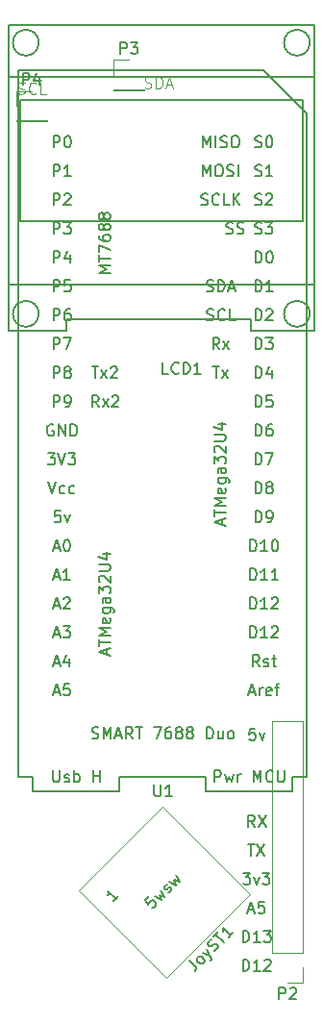
<source format=gbr>
G04 #@! TF.FileFunction,Legend,Top*
%FSLAX46Y46*%
G04 Gerber Fmt 4.6, Leading zero omitted, Abs format (unit mm)*
G04 Created by KiCad (PCBNEW 4.0.4-stable) date 06/30/17 00:29:43*
%MOMM*%
%LPD*%
G01*
G04 APERTURE LIST*
%ADD10C,0.100000*%
%ADD11C,0.200000*%
%ADD12C,0.150000*%
%ADD13C,0.120000*%
G04 APERTURE END LIST*
D10*
X54181524Y-52728762D02*
X54324381Y-52776381D01*
X54562477Y-52776381D01*
X54657715Y-52728762D01*
X54705334Y-52681143D01*
X54752953Y-52585905D01*
X54752953Y-52490667D01*
X54705334Y-52395429D01*
X54657715Y-52347810D01*
X54562477Y-52300190D01*
X54372000Y-52252571D01*
X54276762Y-52204952D01*
X54229143Y-52157333D01*
X54181524Y-52062095D01*
X54181524Y-51966857D01*
X54229143Y-51871619D01*
X54276762Y-51824000D01*
X54372000Y-51776381D01*
X54610096Y-51776381D01*
X54752953Y-51824000D01*
X55752953Y-52681143D02*
X55705334Y-52728762D01*
X55562477Y-52776381D01*
X55467239Y-52776381D01*
X55324381Y-52728762D01*
X55229143Y-52633524D01*
X55181524Y-52538286D01*
X55133905Y-52347810D01*
X55133905Y-52204952D01*
X55181524Y-52014476D01*
X55229143Y-51919238D01*
X55324381Y-51824000D01*
X55467239Y-51776381D01*
X55562477Y-51776381D01*
X55705334Y-51824000D01*
X55752953Y-51871619D01*
X56657715Y-52776381D02*
X56181524Y-52776381D01*
X56181524Y-51776381D01*
X65333714Y-52220762D02*
X65476571Y-52268381D01*
X65714667Y-52268381D01*
X65809905Y-52220762D01*
X65857524Y-52173143D01*
X65905143Y-52077905D01*
X65905143Y-51982667D01*
X65857524Y-51887429D01*
X65809905Y-51839810D01*
X65714667Y-51792190D01*
X65524190Y-51744571D01*
X65428952Y-51696952D01*
X65381333Y-51649333D01*
X65333714Y-51554095D01*
X65333714Y-51458857D01*
X65381333Y-51363619D01*
X65428952Y-51316000D01*
X65524190Y-51268381D01*
X65762286Y-51268381D01*
X65905143Y-51316000D01*
X66333714Y-52268381D02*
X66333714Y-51268381D01*
X66571809Y-51268381D01*
X66714667Y-51316000D01*
X66809905Y-51411238D01*
X66857524Y-51506476D01*
X66905143Y-51696952D01*
X66905143Y-51839810D01*
X66857524Y-52030286D01*
X66809905Y-52125524D01*
X66714667Y-52220762D01*
X66571809Y-52268381D01*
X66333714Y-52268381D01*
X67286095Y-51982667D02*
X67762286Y-51982667D01*
X67190857Y-52268381D02*
X67524190Y-51268381D01*
X67857524Y-52268381D01*
D11*
X75041143Y-108672381D02*
X74564952Y-108672381D01*
X74517333Y-109148571D01*
X74564952Y-109100952D01*
X74660190Y-109053333D01*
X74898286Y-109053333D01*
X74993524Y-109100952D01*
X75041143Y-109148571D01*
X75088762Y-109243810D01*
X75088762Y-109481905D01*
X75041143Y-109577143D01*
X74993524Y-109624762D01*
X74898286Y-109672381D01*
X74660190Y-109672381D01*
X74564952Y-109624762D01*
X74517333Y-109577143D01*
X75422095Y-109005714D02*
X75660190Y-109672381D01*
X75898286Y-109005714D01*
X75017334Y-117292381D02*
X74684000Y-116816190D01*
X74445905Y-117292381D02*
X74445905Y-116292381D01*
X74826858Y-116292381D01*
X74922096Y-116340000D01*
X74969715Y-116387619D01*
X75017334Y-116482857D01*
X75017334Y-116625714D01*
X74969715Y-116720952D01*
X74922096Y-116768571D01*
X74826858Y-116816190D01*
X74445905Y-116816190D01*
X75350667Y-116292381D02*
X76017334Y-117292381D01*
X76017334Y-116292381D02*
X75350667Y-117292381D01*
X74422095Y-118832381D02*
X74993524Y-118832381D01*
X74707809Y-119832381D02*
X74707809Y-118832381D01*
X75231619Y-118832381D02*
X75898286Y-119832381D01*
X75898286Y-118832381D02*
X75231619Y-119832381D01*
X73993524Y-121372381D02*
X74612572Y-121372381D01*
X74279238Y-121753333D01*
X74422096Y-121753333D01*
X74517334Y-121800952D01*
X74564953Y-121848571D01*
X74612572Y-121943810D01*
X74612572Y-122181905D01*
X74564953Y-122277143D01*
X74517334Y-122324762D01*
X74422096Y-122372381D01*
X74136381Y-122372381D01*
X74041143Y-122324762D01*
X73993524Y-122277143D01*
X74945905Y-121705714D02*
X75184000Y-122372381D01*
X75422096Y-121705714D01*
X75707810Y-121372381D02*
X76326858Y-121372381D01*
X75993524Y-121753333D01*
X76136382Y-121753333D01*
X76231620Y-121800952D01*
X76279239Y-121848571D01*
X76326858Y-121943810D01*
X76326858Y-122181905D01*
X76279239Y-122277143D01*
X76231620Y-122324762D01*
X76136382Y-122372381D01*
X75850667Y-122372381D01*
X75755429Y-122324762D01*
X75707810Y-122277143D01*
X74469714Y-124626667D02*
X74945905Y-124626667D01*
X74374476Y-124912381D02*
X74707809Y-123912381D01*
X75041143Y-124912381D01*
X75850667Y-123912381D02*
X75374476Y-123912381D01*
X75326857Y-124388571D01*
X75374476Y-124340952D01*
X75469714Y-124293333D01*
X75707810Y-124293333D01*
X75803048Y-124340952D01*
X75850667Y-124388571D01*
X75898286Y-124483810D01*
X75898286Y-124721905D01*
X75850667Y-124817143D01*
X75803048Y-124864762D01*
X75707810Y-124912381D01*
X75469714Y-124912381D01*
X75374476Y-124864762D01*
X75326857Y-124817143D01*
X73969714Y-127452381D02*
X73969714Y-126452381D01*
X74207809Y-126452381D01*
X74350667Y-126500000D01*
X74445905Y-126595238D01*
X74493524Y-126690476D01*
X74541143Y-126880952D01*
X74541143Y-127023810D01*
X74493524Y-127214286D01*
X74445905Y-127309524D01*
X74350667Y-127404762D01*
X74207809Y-127452381D01*
X73969714Y-127452381D01*
X75493524Y-127452381D02*
X74922095Y-127452381D01*
X75207809Y-127452381D02*
X75207809Y-126452381D01*
X75112571Y-126595238D01*
X75017333Y-126690476D01*
X74922095Y-126738095D01*
X75826857Y-126452381D02*
X76445905Y-126452381D01*
X76112571Y-126833333D01*
X76255429Y-126833333D01*
X76350667Y-126880952D01*
X76398286Y-126928571D01*
X76445905Y-127023810D01*
X76445905Y-127261905D01*
X76398286Y-127357143D01*
X76350667Y-127404762D01*
X76255429Y-127452381D01*
X75969714Y-127452381D01*
X75874476Y-127404762D01*
X75826857Y-127357143D01*
X73969714Y-129992381D02*
X73969714Y-128992381D01*
X74207809Y-128992381D01*
X74350667Y-129040000D01*
X74445905Y-129135238D01*
X74493524Y-129230476D01*
X74541143Y-129420952D01*
X74541143Y-129563810D01*
X74493524Y-129754286D01*
X74445905Y-129849524D01*
X74350667Y-129944762D01*
X74207809Y-129992381D01*
X73969714Y-129992381D01*
X75493524Y-129992381D02*
X74922095Y-129992381D01*
X75207809Y-129992381D02*
X75207809Y-128992381D01*
X75112571Y-129135238D01*
X75017333Y-129230476D01*
X74922095Y-129278095D01*
X75874476Y-129087619D02*
X75922095Y-129040000D01*
X76017333Y-128992381D01*
X76255429Y-128992381D01*
X76350667Y-129040000D01*
X76398286Y-129087619D01*
X76445905Y-129182857D01*
X76445905Y-129278095D01*
X76398286Y-129420952D01*
X75826857Y-129992381D01*
X76445905Y-129992381D01*
D12*
X74676000Y-73660000D02*
X80264000Y-73660000D01*
X53340000Y-73660000D02*
X58420000Y-73660000D01*
X58420000Y-73660000D02*
X58420000Y-72644000D01*
X58420000Y-72644000D02*
X74676000Y-72644000D01*
X74676000Y-72644000D02*
X74676000Y-73660000D01*
X54356000Y-53340000D02*
X79248000Y-53340000D01*
X79248000Y-53340000D02*
X79248000Y-64008000D01*
X79248000Y-64008000D02*
X54356000Y-64008000D01*
X54356000Y-64008000D02*
X54356000Y-53340000D01*
X53340000Y-51308000D02*
X80264000Y-51308000D01*
X80264000Y-51308000D02*
X80264000Y-69596000D01*
X80264000Y-69596000D02*
X53340000Y-69596000D01*
X53340000Y-69596000D02*
X53340000Y-51308000D01*
X79875923Y-72136000D02*
G75*
G03X79875923Y-72136000I-1135923J0D01*
G01*
X55999923Y-72136000D02*
G75*
G03X55999923Y-72136000I-1135923J0D01*
G01*
X55999923Y-48260000D02*
G75*
G03X55999923Y-48260000I-1135923J0D01*
G01*
X79875923Y-48260000D02*
G75*
G03X79875923Y-48260000I-1135923J0D01*
G01*
X53340000Y-73660000D02*
X53340000Y-46736000D01*
X53340000Y-46736000D02*
X80264000Y-46736000D01*
X80264000Y-46736000D02*
X80264000Y-73660000D01*
D10*
X60227771Y-122203771D02*
X66874575Y-115556967D01*
X66874575Y-115556967D02*
X74582039Y-123264431D01*
X74582039Y-123264431D02*
X67228128Y-130618342D01*
X67228128Y-130618342D02*
X59520664Y-122910878D01*
X59520664Y-122910878D02*
X60227771Y-122203771D01*
D12*
X55499000Y-114173000D02*
X55499000Y-112903000D01*
X55499000Y-112903000D02*
X54229000Y-112903000D01*
X54229000Y-112903000D02*
X54229000Y-50673000D01*
X54229000Y-50673000D02*
X75819000Y-50673000D01*
X75819000Y-50673000D02*
X79629000Y-54483000D01*
X79629000Y-54483000D02*
X79629000Y-112903000D01*
X79629000Y-112903000D02*
X78359000Y-112903000D01*
X78359000Y-112903000D02*
X78359000Y-114173000D01*
X78359000Y-114173000D02*
X70739000Y-114173000D01*
X70739000Y-114173000D02*
X70739000Y-112903000D01*
X70739000Y-112903000D02*
X63119000Y-112903000D01*
X63119000Y-112903000D02*
X63119000Y-114173000D01*
X63119000Y-114173000D02*
X55499000Y-114173000D01*
D13*
X79244500Y-128397000D02*
X79244500Y-108017000D01*
X79244500Y-108017000D02*
X76584500Y-108017000D01*
X76584500Y-108017000D02*
X76584500Y-128397000D01*
X76584500Y-128397000D02*
X79244500Y-128397000D01*
X79244500Y-129667000D02*
X79244500Y-130997000D01*
X79244500Y-130997000D02*
X77914500Y-130997000D01*
X62614500Y-52387500D02*
X62614500Y-52447500D01*
X62614500Y-52447500D02*
X65274500Y-52447500D01*
X65274500Y-52447500D02*
X65274500Y-52387500D01*
X65274500Y-52387500D02*
X62614500Y-52387500D01*
X62614500Y-51117500D02*
X62614500Y-49787500D01*
X62614500Y-49787500D02*
X63944500Y-49787500D01*
X54042000Y-55118000D02*
X54042000Y-55178000D01*
X54042000Y-55178000D02*
X56702000Y-55178000D01*
X56702000Y-55178000D02*
X56702000Y-55118000D01*
X56702000Y-55118000D02*
X54042000Y-55118000D01*
X54042000Y-53848000D02*
X54042000Y-52518000D01*
X54042000Y-52518000D02*
X55372000Y-52518000D01*
D12*
X67413334Y-77414381D02*
X66937143Y-77414381D01*
X66937143Y-76414381D01*
X68318096Y-77319143D02*
X68270477Y-77366762D01*
X68127620Y-77414381D01*
X68032382Y-77414381D01*
X67889524Y-77366762D01*
X67794286Y-77271524D01*
X67746667Y-77176286D01*
X67699048Y-76985810D01*
X67699048Y-76842952D01*
X67746667Y-76652476D01*
X67794286Y-76557238D01*
X67889524Y-76462000D01*
X68032382Y-76414381D01*
X68127620Y-76414381D01*
X68270477Y-76462000D01*
X68318096Y-76509619D01*
X68746667Y-77414381D02*
X68746667Y-76414381D01*
X68984762Y-76414381D01*
X69127620Y-76462000D01*
X69222858Y-76557238D01*
X69270477Y-76652476D01*
X69318096Y-76842952D01*
X69318096Y-76985810D01*
X69270477Y-77176286D01*
X69222858Y-77271524D01*
X69127620Y-77366762D01*
X68984762Y-77414381D01*
X68746667Y-77414381D01*
X70270477Y-77414381D02*
X69699048Y-77414381D01*
X69984762Y-77414381D02*
X69984762Y-76414381D01*
X69889524Y-76557238D01*
X69794286Y-76652476D01*
X69699048Y-76700095D01*
X69301726Y-129059825D02*
X69806802Y-129564901D01*
X69874145Y-129699589D01*
X69874145Y-129834276D01*
X69806802Y-129968963D01*
X69739458Y-130036306D01*
X70446565Y-129329199D02*
X70345550Y-129362871D01*
X70278206Y-129362871D01*
X70177191Y-129329199D01*
X69975160Y-129127168D01*
X69941488Y-129026153D01*
X69941488Y-128958810D01*
X69975160Y-128857795D01*
X70076176Y-128756779D01*
X70177191Y-128723107D01*
X70244535Y-128723107D01*
X70345550Y-128756779D01*
X70547581Y-128958810D01*
X70581253Y-129059825D01*
X70581253Y-129127168D01*
X70547581Y-129228184D01*
X70446565Y-129329199D01*
X70446565Y-128386390D02*
X71086328Y-128689436D01*
X70783283Y-128049672D02*
X71086328Y-128689436D01*
X71187343Y-128925138D01*
X71187343Y-128992482D01*
X71153672Y-129093497D01*
X71456718Y-128251703D02*
X71591405Y-128184360D01*
X71759764Y-128016000D01*
X71793436Y-127914985D01*
X71793436Y-127847642D01*
X71759764Y-127746627D01*
X71692421Y-127679283D01*
X71591405Y-127645611D01*
X71524062Y-127645611D01*
X71423046Y-127679282D01*
X71254687Y-127780298D01*
X71153672Y-127813970D01*
X71086328Y-127813970D01*
X70985313Y-127780298D01*
X70917970Y-127712955D01*
X70884298Y-127611940D01*
X70884298Y-127544596D01*
X70917970Y-127443581D01*
X71086329Y-127275222D01*
X71221016Y-127207878D01*
X71389374Y-126972176D02*
X71793436Y-126568115D01*
X72298512Y-127477253D02*
X71591405Y-126770146D01*
X73106634Y-126669130D02*
X72702573Y-127073191D01*
X72904603Y-126871161D02*
X72197496Y-126164054D01*
X72231168Y-126332413D01*
X72231168Y-126467100D01*
X72197496Y-126568115D01*
X65699431Y-123452992D02*
X65362713Y-123789710D01*
X65665758Y-124160099D01*
X65665758Y-124092755D01*
X65699430Y-123991740D01*
X65867789Y-123823381D01*
X65968804Y-123789709D01*
X66036148Y-123789709D01*
X66137164Y-123823382D01*
X66305522Y-123991740D01*
X66339194Y-124092755D01*
X66339194Y-124160099D01*
X66305522Y-124261114D01*
X66137163Y-124429473D01*
X66036148Y-124463145D01*
X65968804Y-124463145D01*
X66204507Y-123419320D02*
X66810598Y-123756038D01*
X66608568Y-123284633D01*
X67079973Y-123486664D01*
X66743255Y-122880572D01*
X67416690Y-123082603D02*
X67517705Y-123048931D01*
X67652392Y-122914245D01*
X67686064Y-122813229D01*
X67652392Y-122712214D01*
X67618721Y-122678542D01*
X67517706Y-122644870D01*
X67416690Y-122678543D01*
X67315675Y-122779558D01*
X67214659Y-122813229D01*
X67113644Y-122779557D01*
X67079972Y-122745885D01*
X67046300Y-122644870D01*
X67079972Y-122543855D01*
X67180987Y-122442840D01*
X67282003Y-122409167D01*
X67517705Y-122106122D02*
X68123797Y-122442840D01*
X67921766Y-121971434D01*
X68393171Y-122173465D01*
X68056453Y-121567374D01*
X63012426Y-123452993D02*
X62608364Y-123857054D01*
X62810395Y-123655024D02*
X62103288Y-122947917D01*
X62136960Y-123116275D01*
X62136960Y-123250962D01*
X62103288Y-123351978D01*
X66167095Y-113625381D02*
X66167095Y-114434905D01*
X66214714Y-114530143D01*
X66262333Y-114577762D01*
X66357571Y-114625381D01*
X66548048Y-114625381D01*
X66643286Y-114577762D01*
X66690905Y-114530143D01*
X66738524Y-114434905D01*
X66738524Y-113625381D01*
X67738524Y-114625381D02*
X67167095Y-114625381D01*
X67452809Y-114625381D02*
X67452809Y-113625381D01*
X67357571Y-113768238D01*
X67262333Y-113863476D01*
X67167095Y-113911095D01*
X62015667Y-102139191D02*
X62015667Y-101663000D01*
X62301381Y-102234429D02*
X61301381Y-101901096D01*
X62301381Y-101567762D01*
X61301381Y-101377286D02*
X61301381Y-100805857D01*
X62301381Y-101091572D02*
X61301381Y-101091572D01*
X62301381Y-100472524D02*
X61301381Y-100472524D01*
X62015667Y-100139190D01*
X61301381Y-99805857D01*
X62301381Y-99805857D01*
X62253762Y-98948714D02*
X62301381Y-99043952D01*
X62301381Y-99234429D01*
X62253762Y-99329667D01*
X62158524Y-99377286D01*
X61777571Y-99377286D01*
X61682333Y-99329667D01*
X61634714Y-99234429D01*
X61634714Y-99043952D01*
X61682333Y-98948714D01*
X61777571Y-98901095D01*
X61872810Y-98901095D01*
X61968048Y-99377286D01*
X61634714Y-98043952D02*
X62444238Y-98043952D01*
X62539476Y-98091571D01*
X62587095Y-98139190D01*
X62634714Y-98234429D01*
X62634714Y-98377286D01*
X62587095Y-98472524D01*
X62253762Y-98043952D02*
X62301381Y-98139190D01*
X62301381Y-98329667D01*
X62253762Y-98424905D01*
X62206143Y-98472524D01*
X62110905Y-98520143D01*
X61825190Y-98520143D01*
X61729952Y-98472524D01*
X61682333Y-98424905D01*
X61634714Y-98329667D01*
X61634714Y-98139190D01*
X61682333Y-98043952D01*
X62301381Y-97139190D02*
X61777571Y-97139190D01*
X61682333Y-97186809D01*
X61634714Y-97282047D01*
X61634714Y-97472524D01*
X61682333Y-97567762D01*
X62253762Y-97139190D02*
X62301381Y-97234428D01*
X62301381Y-97472524D01*
X62253762Y-97567762D01*
X62158524Y-97615381D01*
X62063286Y-97615381D01*
X61968048Y-97567762D01*
X61920429Y-97472524D01*
X61920429Y-97234428D01*
X61872810Y-97139190D01*
X61301381Y-96758238D02*
X61301381Y-96139190D01*
X61682333Y-96472524D01*
X61682333Y-96329666D01*
X61729952Y-96234428D01*
X61777571Y-96186809D01*
X61872810Y-96139190D01*
X62110905Y-96139190D01*
X62206143Y-96186809D01*
X62253762Y-96234428D01*
X62301381Y-96329666D01*
X62301381Y-96615381D01*
X62253762Y-96710619D01*
X62206143Y-96758238D01*
X61396619Y-95758238D02*
X61349000Y-95710619D01*
X61301381Y-95615381D01*
X61301381Y-95377285D01*
X61349000Y-95282047D01*
X61396619Y-95234428D01*
X61491857Y-95186809D01*
X61587095Y-95186809D01*
X61729952Y-95234428D01*
X62301381Y-95805857D01*
X62301381Y-95186809D01*
X61301381Y-94758238D02*
X62110905Y-94758238D01*
X62206143Y-94710619D01*
X62253762Y-94663000D01*
X62301381Y-94567762D01*
X62301381Y-94377285D01*
X62253762Y-94282047D01*
X62206143Y-94234428D01*
X62110905Y-94186809D01*
X61301381Y-94186809D01*
X61634714Y-93282047D02*
X62301381Y-93282047D01*
X61253762Y-93520143D02*
X61968048Y-93758238D01*
X61968048Y-93139190D01*
X62301381Y-68532048D02*
X61301381Y-68532048D01*
X62015667Y-68198714D01*
X61301381Y-67865381D01*
X62301381Y-67865381D01*
X61301381Y-67532048D02*
X61301381Y-66960619D01*
X62301381Y-67246334D02*
X61301381Y-67246334D01*
X61301381Y-66722524D02*
X61301381Y-66055857D01*
X62301381Y-66484429D01*
X61301381Y-65246333D02*
X61301381Y-65436810D01*
X61349000Y-65532048D01*
X61396619Y-65579667D01*
X61539476Y-65674905D01*
X61729952Y-65722524D01*
X62110905Y-65722524D01*
X62206143Y-65674905D01*
X62253762Y-65627286D01*
X62301381Y-65532048D01*
X62301381Y-65341571D01*
X62253762Y-65246333D01*
X62206143Y-65198714D01*
X62110905Y-65151095D01*
X61872810Y-65151095D01*
X61777571Y-65198714D01*
X61729952Y-65246333D01*
X61682333Y-65341571D01*
X61682333Y-65532048D01*
X61729952Y-65627286D01*
X61777571Y-65674905D01*
X61872810Y-65722524D01*
X61729952Y-64579667D02*
X61682333Y-64674905D01*
X61634714Y-64722524D01*
X61539476Y-64770143D01*
X61491857Y-64770143D01*
X61396619Y-64722524D01*
X61349000Y-64674905D01*
X61301381Y-64579667D01*
X61301381Y-64389190D01*
X61349000Y-64293952D01*
X61396619Y-64246333D01*
X61491857Y-64198714D01*
X61539476Y-64198714D01*
X61634714Y-64246333D01*
X61682333Y-64293952D01*
X61729952Y-64389190D01*
X61729952Y-64579667D01*
X61777571Y-64674905D01*
X61825190Y-64722524D01*
X61920429Y-64770143D01*
X62110905Y-64770143D01*
X62206143Y-64722524D01*
X62253762Y-64674905D01*
X62301381Y-64579667D01*
X62301381Y-64389190D01*
X62253762Y-64293952D01*
X62206143Y-64246333D01*
X62110905Y-64198714D01*
X61920429Y-64198714D01*
X61825190Y-64246333D01*
X61777571Y-64293952D01*
X61729952Y-64389190D01*
X61729952Y-63627286D02*
X61682333Y-63722524D01*
X61634714Y-63770143D01*
X61539476Y-63817762D01*
X61491857Y-63817762D01*
X61396619Y-63770143D01*
X61349000Y-63722524D01*
X61301381Y-63627286D01*
X61301381Y-63436809D01*
X61349000Y-63341571D01*
X61396619Y-63293952D01*
X61491857Y-63246333D01*
X61539476Y-63246333D01*
X61634714Y-63293952D01*
X61682333Y-63341571D01*
X61729952Y-63436809D01*
X61729952Y-63627286D01*
X61777571Y-63722524D01*
X61825190Y-63770143D01*
X61920429Y-63817762D01*
X62110905Y-63817762D01*
X62206143Y-63770143D01*
X62253762Y-63722524D01*
X62301381Y-63627286D01*
X62301381Y-63436809D01*
X62253762Y-63341571D01*
X62206143Y-63293952D01*
X62110905Y-63246333D01*
X61920429Y-63246333D01*
X61825190Y-63293952D01*
X61777571Y-63341571D01*
X61729952Y-63436809D01*
X72175667Y-90709191D02*
X72175667Y-90233000D01*
X72461381Y-90804429D02*
X71461381Y-90471096D01*
X72461381Y-90137762D01*
X71461381Y-89947286D02*
X71461381Y-89375857D01*
X72461381Y-89661572D02*
X71461381Y-89661572D01*
X72461381Y-89042524D02*
X71461381Y-89042524D01*
X72175667Y-88709190D01*
X71461381Y-88375857D01*
X72461381Y-88375857D01*
X72413762Y-87518714D02*
X72461381Y-87613952D01*
X72461381Y-87804429D01*
X72413762Y-87899667D01*
X72318524Y-87947286D01*
X71937571Y-87947286D01*
X71842333Y-87899667D01*
X71794714Y-87804429D01*
X71794714Y-87613952D01*
X71842333Y-87518714D01*
X71937571Y-87471095D01*
X72032810Y-87471095D01*
X72128048Y-87947286D01*
X71794714Y-86613952D02*
X72604238Y-86613952D01*
X72699476Y-86661571D01*
X72747095Y-86709190D01*
X72794714Y-86804429D01*
X72794714Y-86947286D01*
X72747095Y-87042524D01*
X72413762Y-86613952D02*
X72461381Y-86709190D01*
X72461381Y-86899667D01*
X72413762Y-86994905D01*
X72366143Y-87042524D01*
X72270905Y-87090143D01*
X71985190Y-87090143D01*
X71889952Y-87042524D01*
X71842333Y-86994905D01*
X71794714Y-86899667D01*
X71794714Y-86709190D01*
X71842333Y-86613952D01*
X72461381Y-85709190D02*
X71937571Y-85709190D01*
X71842333Y-85756809D01*
X71794714Y-85852047D01*
X71794714Y-86042524D01*
X71842333Y-86137762D01*
X72413762Y-85709190D02*
X72461381Y-85804428D01*
X72461381Y-86042524D01*
X72413762Y-86137762D01*
X72318524Y-86185381D01*
X72223286Y-86185381D01*
X72128048Y-86137762D01*
X72080429Y-86042524D01*
X72080429Y-85804428D01*
X72032810Y-85709190D01*
X71461381Y-85328238D02*
X71461381Y-84709190D01*
X71842333Y-85042524D01*
X71842333Y-84899666D01*
X71889952Y-84804428D01*
X71937571Y-84756809D01*
X72032810Y-84709190D01*
X72270905Y-84709190D01*
X72366143Y-84756809D01*
X72413762Y-84804428D01*
X72461381Y-84899666D01*
X72461381Y-85185381D01*
X72413762Y-85280619D01*
X72366143Y-85328238D01*
X71556619Y-84328238D02*
X71509000Y-84280619D01*
X71461381Y-84185381D01*
X71461381Y-83947285D01*
X71509000Y-83852047D01*
X71556619Y-83804428D01*
X71651857Y-83756809D01*
X71747095Y-83756809D01*
X71889952Y-83804428D01*
X72461381Y-84375857D01*
X72461381Y-83756809D01*
X71461381Y-83328238D02*
X72270905Y-83328238D01*
X72366143Y-83280619D01*
X72413762Y-83233000D01*
X72461381Y-83137762D01*
X72461381Y-82947285D01*
X72413762Y-82852047D01*
X72366143Y-82804428D01*
X72270905Y-82756809D01*
X71461381Y-82756809D01*
X71794714Y-81852047D02*
X72461381Y-81852047D01*
X71413762Y-82090143D02*
X72128048Y-82328238D01*
X72128048Y-81709190D01*
X61277572Y-80335381D02*
X60944238Y-79859190D01*
X60706143Y-80335381D02*
X60706143Y-79335381D01*
X61087096Y-79335381D01*
X61182334Y-79383000D01*
X61229953Y-79430619D01*
X61277572Y-79525857D01*
X61277572Y-79668714D01*
X61229953Y-79763952D01*
X61182334Y-79811571D01*
X61087096Y-79859190D01*
X60706143Y-79859190D01*
X61610905Y-80335381D02*
X62134715Y-79668714D01*
X61610905Y-79668714D02*
X62134715Y-80335381D01*
X62468048Y-79430619D02*
X62515667Y-79383000D01*
X62610905Y-79335381D01*
X62849001Y-79335381D01*
X62944239Y-79383000D01*
X62991858Y-79430619D01*
X63039477Y-79525857D01*
X63039477Y-79621095D01*
X62991858Y-79763952D01*
X62420429Y-80335381D01*
X63039477Y-80335381D01*
X60682333Y-76795381D02*
X61253762Y-76795381D01*
X60968047Y-77795381D02*
X60968047Y-76795381D01*
X61491857Y-77795381D02*
X62015667Y-77128714D01*
X61491857Y-77128714D02*
X62015667Y-77795381D01*
X62349000Y-76890619D02*
X62396619Y-76843000D01*
X62491857Y-76795381D01*
X62729953Y-76795381D01*
X62825191Y-76843000D01*
X62872810Y-76890619D01*
X62920429Y-76985857D01*
X62920429Y-77081095D01*
X62872810Y-77223952D01*
X62301381Y-77795381D01*
X62920429Y-77795381D01*
X71318524Y-76795381D02*
X71889953Y-76795381D01*
X71604238Y-77795381D02*
X71604238Y-76795381D01*
X72128048Y-77795381D02*
X72651858Y-77128714D01*
X72128048Y-77128714D02*
X72651858Y-77795381D01*
X71913762Y-75255381D02*
X71580428Y-74779190D01*
X71342333Y-75255381D02*
X71342333Y-74255381D01*
X71723286Y-74255381D01*
X71818524Y-74303000D01*
X71866143Y-74350619D01*
X71913762Y-74445857D01*
X71913762Y-74588714D01*
X71866143Y-74683952D01*
X71818524Y-74731571D01*
X71723286Y-74779190D01*
X71342333Y-74779190D01*
X72247095Y-75255381D02*
X72770905Y-74588714D01*
X72247095Y-74588714D02*
X72770905Y-75255381D01*
X72517095Y-65047762D02*
X72659952Y-65095381D01*
X72898048Y-65095381D01*
X72993286Y-65047762D01*
X73040905Y-65000143D01*
X73088524Y-64904905D01*
X73088524Y-64809667D01*
X73040905Y-64714429D01*
X72993286Y-64666810D01*
X72898048Y-64619190D01*
X72707571Y-64571571D01*
X72612333Y-64523952D01*
X72564714Y-64476333D01*
X72517095Y-64381095D01*
X72517095Y-64285857D01*
X72564714Y-64190619D01*
X72612333Y-64143000D01*
X72707571Y-64095381D01*
X72945667Y-64095381D01*
X73088524Y-64143000D01*
X73469476Y-65047762D02*
X73612333Y-65095381D01*
X73850429Y-65095381D01*
X73945667Y-65047762D01*
X73993286Y-65000143D01*
X74040905Y-64904905D01*
X74040905Y-64809667D01*
X73993286Y-64714429D01*
X73945667Y-64666810D01*
X73850429Y-64619190D01*
X73659952Y-64571571D01*
X73564714Y-64523952D01*
X73517095Y-64476333D01*
X73469476Y-64381095D01*
X73469476Y-64285857D01*
X73517095Y-64190619D01*
X73564714Y-64143000D01*
X73659952Y-64095381D01*
X73898048Y-64095381D01*
X74040905Y-64143000D01*
X70318524Y-62507762D02*
X70461381Y-62555381D01*
X70699477Y-62555381D01*
X70794715Y-62507762D01*
X70842334Y-62460143D01*
X70889953Y-62364905D01*
X70889953Y-62269667D01*
X70842334Y-62174429D01*
X70794715Y-62126810D01*
X70699477Y-62079190D01*
X70509000Y-62031571D01*
X70413762Y-61983952D01*
X70366143Y-61936333D01*
X70318524Y-61841095D01*
X70318524Y-61745857D01*
X70366143Y-61650619D01*
X70413762Y-61603000D01*
X70509000Y-61555381D01*
X70747096Y-61555381D01*
X70889953Y-61603000D01*
X71889953Y-62460143D02*
X71842334Y-62507762D01*
X71699477Y-62555381D01*
X71604239Y-62555381D01*
X71461381Y-62507762D01*
X71366143Y-62412524D01*
X71318524Y-62317286D01*
X71270905Y-62126810D01*
X71270905Y-61983952D01*
X71318524Y-61793476D01*
X71366143Y-61698238D01*
X71461381Y-61603000D01*
X71604239Y-61555381D01*
X71699477Y-61555381D01*
X71842334Y-61603000D01*
X71889953Y-61650619D01*
X72794715Y-62555381D02*
X72318524Y-62555381D01*
X72318524Y-61555381D01*
X73128048Y-62555381D02*
X73128048Y-61555381D01*
X73699477Y-62555381D02*
X73270905Y-61983952D01*
X73699477Y-61555381D02*
X73128048Y-62126810D01*
X70437572Y-60015381D02*
X70437572Y-59015381D01*
X70770906Y-59729667D01*
X71104239Y-59015381D01*
X71104239Y-60015381D01*
X71770905Y-59015381D02*
X71961382Y-59015381D01*
X72056620Y-59063000D01*
X72151858Y-59158238D01*
X72199477Y-59348714D01*
X72199477Y-59682048D01*
X72151858Y-59872524D01*
X72056620Y-59967762D01*
X71961382Y-60015381D01*
X71770905Y-60015381D01*
X71675667Y-59967762D01*
X71580429Y-59872524D01*
X71532810Y-59682048D01*
X71532810Y-59348714D01*
X71580429Y-59158238D01*
X71675667Y-59063000D01*
X71770905Y-59015381D01*
X72580429Y-59967762D02*
X72723286Y-60015381D01*
X72961382Y-60015381D01*
X73056620Y-59967762D01*
X73104239Y-59920143D01*
X73151858Y-59824905D01*
X73151858Y-59729667D01*
X73104239Y-59634429D01*
X73056620Y-59586810D01*
X72961382Y-59539190D01*
X72770905Y-59491571D01*
X72675667Y-59443952D01*
X72628048Y-59396333D01*
X72580429Y-59301095D01*
X72580429Y-59205857D01*
X72628048Y-59110619D01*
X72675667Y-59063000D01*
X72770905Y-59015381D01*
X73009001Y-59015381D01*
X73151858Y-59063000D01*
X73580429Y-60015381D02*
X73580429Y-59015381D01*
X70437572Y-57475381D02*
X70437572Y-56475381D01*
X70770906Y-57189667D01*
X71104239Y-56475381D01*
X71104239Y-57475381D01*
X71580429Y-57475381D02*
X71580429Y-56475381D01*
X72009000Y-57427762D02*
X72151857Y-57475381D01*
X72389953Y-57475381D01*
X72485191Y-57427762D01*
X72532810Y-57380143D01*
X72580429Y-57284905D01*
X72580429Y-57189667D01*
X72532810Y-57094429D01*
X72485191Y-57046810D01*
X72389953Y-56999190D01*
X72199476Y-56951571D01*
X72104238Y-56903952D01*
X72056619Y-56856333D01*
X72009000Y-56761095D01*
X72009000Y-56665857D01*
X72056619Y-56570619D01*
X72104238Y-56523000D01*
X72199476Y-56475381D01*
X72437572Y-56475381D01*
X72580429Y-56523000D01*
X73199476Y-56475381D02*
X73389953Y-56475381D01*
X73485191Y-56523000D01*
X73580429Y-56618238D01*
X73628048Y-56808714D01*
X73628048Y-57142048D01*
X73580429Y-57332524D01*
X73485191Y-57427762D01*
X73389953Y-57475381D01*
X73199476Y-57475381D01*
X73104238Y-57427762D01*
X73009000Y-57332524D01*
X72961381Y-57142048D01*
X72961381Y-56808714D01*
X73009000Y-56618238D01*
X73104238Y-56523000D01*
X73199476Y-56475381D01*
X70818524Y-72667762D02*
X70961381Y-72715381D01*
X71199477Y-72715381D01*
X71294715Y-72667762D01*
X71342334Y-72620143D01*
X71389953Y-72524905D01*
X71389953Y-72429667D01*
X71342334Y-72334429D01*
X71294715Y-72286810D01*
X71199477Y-72239190D01*
X71009000Y-72191571D01*
X70913762Y-72143952D01*
X70866143Y-72096333D01*
X70818524Y-72001095D01*
X70818524Y-71905857D01*
X70866143Y-71810619D01*
X70913762Y-71763000D01*
X71009000Y-71715381D01*
X71247096Y-71715381D01*
X71389953Y-71763000D01*
X72389953Y-72620143D02*
X72342334Y-72667762D01*
X72199477Y-72715381D01*
X72104239Y-72715381D01*
X71961381Y-72667762D01*
X71866143Y-72572524D01*
X71818524Y-72477286D01*
X71770905Y-72286810D01*
X71770905Y-72143952D01*
X71818524Y-71953476D01*
X71866143Y-71858238D01*
X71961381Y-71763000D01*
X72104239Y-71715381D01*
X72199477Y-71715381D01*
X72342334Y-71763000D01*
X72389953Y-71810619D01*
X73294715Y-72715381D02*
X72818524Y-72715381D01*
X72818524Y-71715381D01*
X70794714Y-70127762D02*
X70937571Y-70175381D01*
X71175667Y-70175381D01*
X71270905Y-70127762D01*
X71318524Y-70080143D01*
X71366143Y-69984905D01*
X71366143Y-69889667D01*
X71318524Y-69794429D01*
X71270905Y-69746810D01*
X71175667Y-69699190D01*
X70985190Y-69651571D01*
X70889952Y-69603952D01*
X70842333Y-69556333D01*
X70794714Y-69461095D01*
X70794714Y-69365857D01*
X70842333Y-69270619D01*
X70889952Y-69223000D01*
X70985190Y-69175381D01*
X71223286Y-69175381D01*
X71366143Y-69223000D01*
X71794714Y-70175381D02*
X71794714Y-69175381D01*
X72032809Y-69175381D01*
X72175667Y-69223000D01*
X72270905Y-69318238D01*
X72318524Y-69413476D01*
X72366143Y-69603952D01*
X72366143Y-69746810D01*
X72318524Y-69937286D01*
X72270905Y-70032524D01*
X72175667Y-70127762D01*
X72032809Y-70175381D01*
X71794714Y-70175381D01*
X72747095Y-69889667D02*
X73223286Y-69889667D01*
X72651857Y-70175381D02*
X72985190Y-69175381D01*
X73318524Y-70175381D01*
X71477571Y-113355381D02*
X71477571Y-112355381D01*
X71858524Y-112355381D01*
X71953762Y-112403000D01*
X72001381Y-112450619D01*
X72049000Y-112545857D01*
X72049000Y-112688714D01*
X72001381Y-112783952D01*
X71953762Y-112831571D01*
X71858524Y-112879190D01*
X71477571Y-112879190D01*
X72382333Y-112688714D02*
X72572809Y-113355381D01*
X72763286Y-112879190D01*
X72953762Y-113355381D01*
X73144238Y-112688714D01*
X73525190Y-113355381D02*
X73525190Y-112688714D01*
X73525190Y-112879190D02*
X73572809Y-112783952D01*
X73620428Y-112736333D01*
X73715666Y-112688714D01*
X73810905Y-112688714D01*
X74906143Y-113355381D02*
X74906143Y-112355381D01*
X75239477Y-113069667D01*
X75572810Y-112355381D01*
X75572810Y-113355381D01*
X76620429Y-113260143D02*
X76572810Y-113307762D01*
X76429953Y-113355381D01*
X76334715Y-113355381D01*
X76191857Y-113307762D01*
X76096619Y-113212524D01*
X76049000Y-113117286D01*
X76001381Y-112926810D01*
X76001381Y-112783952D01*
X76049000Y-112593476D01*
X76096619Y-112498238D01*
X76191857Y-112403000D01*
X76334715Y-112355381D01*
X76429953Y-112355381D01*
X76572810Y-112403000D01*
X76620429Y-112450619D01*
X77049000Y-112355381D02*
X77049000Y-113164905D01*
X77096619Y-113260143D01*
X77144238Y-113307762D01*
X77239476Y-113355381D01*
X77429953Y-113355381D01*
X77525191Y-113307762D01*
X77572810Y-113260143D01*
X77620429Y-113164905D01*
X77620429Y-112355381D01*
X57261381Y-112355381D02*
X57261381Y-113164905D01*
X57309000Y-113260143D01*
X57356619Y-113307762D01*
X57451857Y-113355381D01*
X57642334Y-113355381D01*
X57737572Y-113307762D01*
X57785191Y-113260143D01*
X57832810Y-113164905D01*
X57832810Y-112355381D01*
X58261381Y-113307762D02*
X58356619Y-113355381D01*
X58547095Y-113355381D01*
X58642334Y-113307762D01*
X58689953Y-113212524D01*
X58689953Y-113164905D01*
X58642334Y-113069667D01*
X58547095Y-113022048D01*
X58404238Y-113022048D01*
X58309000Y-112974429D01*
X58261381Y-112879190D01*
X58261381Y-112831571D01*
X58309000Y-112736333D01*
X58404238Y-112688714D01*
X58547095Y-112688714D01*
X58642334Y-112736333D01*
X59118524Y-113355381D02*
X59118524Y-112355381D01*
X59118524Y-112736333D02*
X59213762Y-112688714D01*
X59404239Y-112688714D01*
X59499477Y-112736333D01*
X59547096Y-112783952D01*
X59594715Y-112879190D01*
X59594715Y-113164905D01*
X59547096Y-113260143D01*
X59499477Y-113307762D01*
X59404239Y-113355381D01*
X59213762Y-113355381D01*
X59118524Y-113307762D01*
X60785191Y-113355381D02*
X60785191Y-112355381D01*
X60785191Y-112831571D02*
X61356620Y-112831571D01*
X61356620Y-113355381D02*
X61356620Y-112355381D01*
X74557095Y-105449667D02*
X75033286Y-105449667D01*
X74461857Y-105735381D02*
X74795190Y-104735381D01*
X75128524Y-105735381D01*
X75461857Y-105735381D02*
X75461857Y-105068714D01*
X75461857Y-105259190D02*
X75509476Y-105163952D01*
X75557095Y-105116333D01*
X75652333Y-105068714D01*
X75747572Y-105068714D01*
X76461858Y-105687762D02*
X76366620Y-105735381D01*
X76176143Y-105735381D01*
X76080905Y-105687762D01*
X76033286Y-105592524D01*
X76033286Y-105211571D01*
X76080905Y-105116333D01*
X76176143Y-105068714D01*
X76366620Y-105068714D01*
X76461858Y-105116333D01*
X76509477Y-105211571D01*
X76509477Y-105306810D01*
X76033286Y-105402048D01*
X76795191Y-105068714D02*
X77176143Y-105068714D01*
X76938048Y-105735381D02*
X76938048Y-104878238D01*
X76985667Y-104783000D01*
X77080905Y-104735381D01*
X77176143Y-104735381D01*
X75438048Y-103195381D02*
X75104714Y-102719190D01*
X74866619Y-103195381D02*
X74866619Y-102195381D01*
X75247572Y-102195381D01*
X75342810Y-102243000D01*
X75390429Y-102290619D01*
X75438048Y-102385857D01*
X75438048Y-102528714D01*
X75390429Y-102623952D01*
X75342810Y-102671571D01*
X75247572Y-102719190D01*
X74866619Y-102719190D01*
X75819000Y-103147762D02*
X75914238Y-103195381D01*
X76104714Y-103195381D01*
X76199953Y-103147762D01*
X76247572Y-103052524D01*
X76247572Y-103004905D01*
X76199953Y-102909667D01*
X76104714Y-102862048D01*
X75961857Y-102862048D01*
X75866619Y-102814429D01*
X75819000Y-102719190D01*
X75819000Y-102671571D01*
X75866619Y-102576333D01*
X75961857Y-102528714D01*
X76104714Y-102528714D01*
X76199953Y-102576333D01*
X76533286Y-102528714D02*
X76914238Y-102528714D01*
X76676143Y-102195381D02*
X76676143Y-103052524D01*
X76723762Y-103147762D01*
X76819000Y-103195381D01*
X76914238Y-103195381D01*
X74604714Y-100655381D02*
X74604714Y-99655381D01*
X74842809Y-99655381D01*
X74985667Y-99703000D01*
X75080905Y-99798238D01*
X75128524Y-99893476D01*
X75176143Y-100083952D01*
X75176143Y-100226810D01*
X75128524Y-100417286D01*
X75080905Y-100512524D01*
X74985667Y-100607762D01*
X74842809Y-100655381D01*
X74604714Y-100655381D01*
X76128524Y-100655381D02*
X75557095Y-100655381D01*
X75842809Y-100655381D02*
X75842809Y-99655381D01*
X75747571Y-99798238D01*
X75652333Y-99893476D01*
X75557095Y-99941095D01*
X76509476Y-99750619D02*
X76557095Y-99703000D01*
X76652333Y-99655381D01*
X76890429Y-99655381D01*
X76985667Y-99703000D01*
X77033286Y-99750619D01*
X77080905Y-99845857D01*
X77080905Y-99941095D01*
X77033286Y-100083952D01*
X76461857Y-100655381D01*
X77080905Y-100655381D01*
X74604714Y-98115381D02*
X74604714Y-97115381D01*
X74842809Y-97115381D01*
X74985667Y-97163000D01*
X75080905Y-97258238D01*
X75128524Y-97353476D01*
X75176143Y-97543952D01*
X75176143Y-97686810D01*
X75128524Y-97877286D01*
X75080905Y-97972524D01*
X74985667Y-98067762D01*
X74842809Y-98115381D01*
X74604714Y-98115381D01*
X76128524Y-98115381D02*
X75557095Y-98115381D01*
X75842809Y-98115381D02*
X75842809Y-97115381D01*
X75747571Y-97258238D01*
X75652333Y-97353476D01*
X75557095Y-97401095D01*
X76509476Y-97210619D02*
X76557095Y-97163000D01*
X76652333Y-97115381D01*
X76890429Y-97115381D01*
X76985667Y-97163000D01*
X77033286Y-97210619D01*
X77080905Y-97305857D01*
X77080905Y-97401095D01*
X77033286Y-97543952D01*
X76461857Y-98115381D01*
X77080905Y-98115381D01*
X74604714Y-95575381D02*
X74604714Y-94575381D01*
X74842809Y-94575381D01*
X74985667Y-94623000D01*
X75080905Y-94718238D01*
X75128524Y-94813476D01*
X75176143Y-95003952D01*
X75176143Y-95146810D01*
X75128524Y-95337286D01*
X75080905Y-95432524D01*
X74985667Y-95527762D01*
X74842809Y-95575381D01*
X74604714Y-95575381D01*
X76128524Y-95575381D02*
X75557095Y-95575381D01*
X75842809Y-95575381D02*
X75842809Y-94575381D01*
X75747571Y-94718238D01*
X75652333Y-94813476D01*
X75557095Y-94861095D01*
X77080905Y-95575381D02*
X76509476Y-95575381D01*
X76795190Y-95575381D02*
X76795190Y-94575381D01*
X76699952Y-94718238D01*
X76604714Y-94813476D01*
X76509476Y-94861095D01*
X74604714Y-93035381D02*
X74604714Y-92035381D01*
X74842809Y-92035381D01*
X74985667Y-92083000D01*
X75080905Y-92178238D01*
X75128524Y-92273476D01*
X75176143Y-92463952D01*
X75176143Y-92606810D01*
X75128524Y-92797286D01*
X75080905Y-92892524D01*
X74985667Y-92987762D01*
X74842809Y-93035381D01*
X74604714Y-93035381D01*
X76128524Y-93035381D02*
X75557095Y-93035381D01*
X75842809Y-93035381D02*
X75842809Y-92035381D01*
X75747571Y-92178238D01*
X75652333Y-92273476D01*
X75557095Y-92321095D01*
X76747571Y-92035381D02*
X76842810Y-92035381D01*
X76938048Y-92083000D01*
X76985667Y-92130619D01*
X77033286Y-92225857D01*
X77080905Y-92416333D01*
X77080905Y-92654429D01*
X77033286Y-92844905D01*
X76985667Y-92940143D01*
X76938048Y-92987762D01*
X76842810Y-93035381D01*
X76747571Y-93035381D01*
X76652333Y-92987762D01*
X76604714Y-92940143D01*
X76557095Y-92844905D01*
X76509476Y-92654429D01*
X76509476Y-92416333D01*
X76557095Y-92225857D01*
X76604714Y-92130619D01*
X76652333Y-92083000D01*
X76747571Y-92035381D01*
X75080905Y-90495381D02*
X75080905Y-89495381D01*
X75319000Y-89495381D01*
X75461858Y-89543000D01*
X75557096Y-89638238D01*
X75604715Y-89733476D01*
X75652334Y-89923952D01*
X75652334Y-90066810D01*
X75604715Y-90257286D01*
X75557096Y-90352524D01*
X75461858Y-90447762D01*
X75319000Y-90495381D01*
X75080905Y-90495381D01*
X76128524Y-90495381D02*
X76319000Y-90495381D01*
X76414239Y-90447762D01*
X76461858Y-90400143D01*
X76557096Y-90257286D01*
X76604715Y-90066810D01*
X76604715Y-89685857D01*
X76557096Y-89590619D01*
X76509477Y-89543000D01*
X76414239Y-89495381D01*
X76223762Y-89495381D01*
X76128524Y-89543000D01*
X76080905Y-89590619D01*
X76033286Y-89685857D01*
X76033286Y-89923952D01*
X76080905Y-90019190D01*
X76128524Y-90066810D01*
X76223762Y-90114429D01*
X76414239Y-90114429D01*
X76509477Y-90066810D01*
X76557096Y-90019190D01*
X76604715Y-89923952D01*
X75080905Y-87955381D02*
X75080905Y-86955381D01*
X75319000Y-86955381D01*
X75461858Y-87003000D01*
X75557096Y-87098238D01*
X75604715Y-87193476D01*
X75652334Y-87383952D01*
X75652334Y-87526810D01*
X75604715Y-87717286D01*
X75557096Y-87812524D01*
X75461858Y-87907762D01*
X75319000Y-87955381D01*
X75080905Y-87955381D01*
X76223762Y-87383952D02*
X76128524Y-87336333D01*
X76080905Y-87288714D01*
X76033286Y-87193476D01*
X76033286Y-87145857D01*
X76080905Y-87050619D01*
X76128524Y-87003000D01*
X76223762Y-86955381D01*
X76414239Y-86955381D01*
X76509477Y-87003000D01*
X76557096Y-87050619D01*
X76604715Y-87145857D01*
X76604715Y-87193476D01*
X76557096Y-87288714D01*
X76509477Y-87336333D01*
X76414239Y-87383952D01*
X76223762Y-87383952D01*
X76128524Y-87431571D01*
X76080905Y-87479190D01*
X76033286Y-87574429D01*
X76033286Y-87764905D01*
X76080905Y-87860143D01*
X76128524Y-87907762D01*
X76223762Y-87955381D01*
X76414239Y-87955381D01*
X76509477Y-87907762D01*
X76557096Y-87860143D01*
X76604715Y-87764905D01*
X76604715Y-87574429D01*
X76557096Y-87479190D01*
X76509477Y-87431571D01*
X76414239Y-87383952D01*
X75080905Y-85415381D02*
X75080905Y-84415381D01*
X75319000Y-84415381D01*
X75461858Y-84463000D01*
X75557096Y-84558238D01*
X75604715Y-84653476D01*
X75652334Y-84843952D01*
X75652334Y-84986810D01*
X75604715Y-85177286D01*
X75557096Y-85272524D01*
X75461858Y-85367762D01*
X75319000Y-85415381D01*
X75080905Y-85415381D01*
X75985667Y-84415381D02*
X76652334Y-84415381D01*
X76223762Y-85415381D01*
X75080905Y-82875381D02*
X75080905Y-81875381D01*
X75319000Y-81875381D01*
X75461858Y-81923000D01*
X75557096Y-82018238D01*
X75604715Y-82113476D01*
X75652334Y-82303952D01*
X75652334Y-82446810D01*
X75604715Y-82637286D01*
X75557096Y-82732524D01*
X75461858Y-82827762D01*
X75319000Y-82875381D01*
X75080905Y-82875381D01*
X76509477Y-81875381D02*
X76319000Y-81875381D01*
X76223762Y-81923000D01*
X76176143Y-81970619D01*
X76080905Y-82113476D01*
X76033286Y-82303952D01*
X76033286Y-82684905D01*
X76080905Y-82780143D01*
X76128524Y-82827762D01*
X76223762Y-82875381D01*
X76414239Y-82875381D01*
X76509477Y-82827762D01*
X76557096Y-82780143D01*
X76604715Y-82684905D01*
X76604715Y-82446810D01*
X76557096Y-82351571D01*
X76509477Y-82303952D01*
X76414239Y-82256333D01*
X76223762Y-82256333D01*
X76128524Y-82303952D01*
X76080905Y-82351571D01*
X76033286Y-82446810D01*
X75080905Y-80335381D02*
X75080905Y-79335381D01*
X75319000Y-79335381D01*
X75461858Y-79383000D01*
X75557096Y-79478238D01*
X75604715Y-79573476D01*
X75652334Y-79763952D01*
X75652334Y-79906810D01*
X75604715Y-80097286D01*
X75557096Y-80192524D01*
X75461858Y-80287762D01*
X75319000Y-80335381D01*
X75080905Y-80335381D01*
X76557096Y-79335381D02*
X76080905Y-79335381D01*
X76033286Y-79811571D01*
X76080905Y-79763952D01*
X76176143Y-79716333D01*
X76414239Y-79716333D01*
X76509477Y-79763952D01*
X76557096Y-79811571D01*
X76604715Y-79906810D01*
X76604715Y-80144905D01*
X76557096Y-80240143D01*
X76509477Y-80287762D01*
X76414239Y-80335381D01*
X76176143Y-80335381D01*
X76080905Y-80287762D01*
X76033286Y-80240143D01*
X75080905Y-77795381D02*
X75080905Y-76795381D01*
X75319000Y-76795381D01*
X75461858Y-76843000D01*
X75557096Y-76938238D01*
X75604715Y-77033476D01*
X75652334Y-77223952D01*
X75652334Y-77366810D01*
X75604715Y-77557286D01*
X75557096Y-77652524D01*
X75461858Y-77747762D01*
X75319000Y-77795381D01*
X75080905Y-77795381D01*
X76509477Y-77128714D02*
X76509477Y-77795381D01*
X76271381Y-76747762D02*
X76033286Y-77462048D01*
X76652334Y-77462048D01*
X75080905Y-75255381D02*
X75080905Y-74255381D01*
X75319000Y-74255381D01*
X75461858Y-74303000D01*
X75557096Y-74398238D01*
X75604715Y-74493476D01*
X75652334Y-74683952D01*
X75652334Y-74826810D01*
X75604715Y-75017286D01*
X75557096Y-75112524D01*
X75461858Y-75207762D01*
X75319000Y-75255381D01*
X75080905Y-75255381D01*
X75985667Y-74255381D02*
X76604715Y-74255381D01*
X76271381Y-74636333D01*
X76414239Y-74636333D01*
X76509477Y-74683952D01*
X76557096Y-74731571D01*
X76604715Y-74826810D01*
X76604715Y-75064905D01*
X76557096Y-75160143D01*
X76509477Y-75207762D01*
X76414239Y-75255381D01*
X76128524Y-75255381D01*
X76033286Y-75207762D01*
X75985667Y-75160143D01*
X75080905Y-72715381D02*
X75080905Y-71715381D01*
X75319000Y-71715381D01*
X75461858Y-71763000D01*
X75557096Y-71858238D01*
X75604715Y-71953476D01*
X75652334Y-72143952D01*
X75652334Y-72286810D01*
X75604715Y-72477286D01*
X75557096Y-72572524D01*
X75461858Y-72667762D01*
X75319000Y-72715381D01*
X75080905Y-72715381D01*
X76033286Y-71810619D02*
X76080905Y-71763000D01*
X76176143Y-71715381D01*
X76414239Y-71715381D01*
X76509477Y-71763000D01*
X76557096Y-71810619D01*
X76604715Y-71905857D01*
X76604715Y-72001095D01*
X76557096Y-72143952D01*
X75985667Y-72715381D01*
X76604715Y-72715381D01*
X75080905Y-70175381D02*
X75080905Y-69175381D01*
X75319000Y-69175381D01*
X75461858Y-69223000D01*
X75557096Y-69318238D01*
X75604715Y-69413476D01*
X75652334Y-69603952D01*
X75652334Y-69746810D01*
X75604715Y-69937286D01*
X75557096Y-70032524D01*
X75461858Y-70127762D01*
X75319000Y-70175381D01*
X75080905Y-70175381D01*
X76604715Y-70175381D02*
X76033286Y-70175381D01*
X76319000Y-70175381D02*
X76319000Y-69175381D01*
X76223762Y-69318238D01*
X76128524Y-69413476D01*
X76033286Y-69461095D01*
X75080905Y-67635381D02*
X75080905Y-66635381D01*
X75319000Y-66635381D01*
X75461858Y-66683000D01*
X75557096Y-66778238D01*
X75604715Y-66873476D01*
X75652334Y-67063952D01*
X75652334Y-67206810D01*
X75604715Y-67397286D01*
X75557096Y-67492524D01*
X75461858Y-67587762D01*
X75319000Y-67635381D01*
X75080905Y-67635381D01*
X76271381Y-66635381D02*
X76366620Y-66635381D01*
X76461858Y-66683000D01*
X76509477Y-66730619D01*
X76557096Y-66825857D01*
X76604715Y-67016333D01*
X76604715Y-67254429D01*
X76557096Y-67444905D01*
X76509477Y-67540143D01*
X76461858Y-67587762D01*
X76366620Y-67635381D01*
X76271381Y-67635381D01*
X76176143Y-67587762D01*
X76128524Y-67540143D01*
X76080905Y-67444905D01*
X76033286Y-67254429D01*
X76033286Y-67016333D01*
X76080905Y-66825857D01*
X76128524Y-66730619D01*
X76176143Y-66683000D01*
X76271381Y-66635381D01*
X75057095Y-65047762D02*
X75199952Y-65095381D01*
X75438048Y-65095381D01*
X75533286Y-65047762D01*
X75580905Y-65000143D01*
X75628524Y-64904905D01*
X75628524Y-64809667D01*
X75580905Y-64714429D01*
X75533286Y-64666810D01*
X75438048Y-64619190D01*
X75247571Y-64571571D01*
X75152333Y-64523952D01*
X75104714Y-64476333D01*
X75057095Y-64381095D01*
X75057095Y-64285857D01*
X75104714Y-64190619D01*
X75152333Y-64143000D01*
X75247571Y-64095381D01*
X75485667Y-64095381D01*
X75628524Y-64143000D01*
X75961857Y-64095381D02*
X76580905Y-64095381D01*
X76247571Y-64476333D01*
X76390429Y-64476333D01*
X76485667Y-64523952D01*
X76533286Y-64571571D01*
X76580905Y-64666810D01*
X76580905Y-64904905D01*
X76533286Y-65000143D01*
X76485667Y-65047762D01*
X76390429Y-65095381D01*
X76104714Y-65095381D01*
X76009476Y-65047762D01*
X75961857Y-65000143D01*
X75057095Y-62507762D02*
X75199952Y-62555381D01*
X75438048Y-62555381D01*
X75533286Y-62507762D01*
X75580905Y-62460143D01*
X75628524Y-62364905D01*
X75628524Y-62269667D01*
X75580905Y-62174429D01*
X75533286Y-62126810D01*
X75438048Y-62079190D01*
X75247571Y-62031571D01*
X75152333Y-61983952D01*
X75104714Y-61936333D01*
X75057095Y-61841095D01*
X75057095Y-61745857D01*
X75104714Y-61650619D01*
X75152333Y-61603000D01*
X75247571Y-61555381D01*
X75485667Y-61555381D01*
X75628524Y-61603000D01*
X76009476Y-61650619D02*
X76057095Y-61603000D01*
X76152333Y-61555381D01*
X76390429Y-61555381D01*
X76485667Y-61603000D01*
X76533286Y-61650619D01*
X76580905Y-61745857D01*
X76580905Y-61841095D01*
X76533286Y-61983952D01*
X75961857Y-62555381D01*
X76580905Y-62555381D01*
X75057095Y-59967762D02*
X75199952Y-60015381D01*
X75438048Y-60015381D01*
X75533286Y-59967762D01*
X75580905Y-59920143D01*
X75628524Y-59824905D01*
X75628524Y-59729667D01*
X75580905Y-59634429D01*
X75533286Y-59586810D01*
X75438048Y-59539190D01*
X75247571Y-59491571D01*
X75152333Y-59443952D01*
X75104714Y-59396333D01*
X75057095Y-59301095D01*
X75057095Y-59205857D01*
X75104714Y-59110619D01*
X75152333Y-59063000D01*
X75247571Y-59015381D01*
X75485667Y-59015381D01*
X75628524Y-59063000D01*
X76580905Y-60015381D02*
X76009476Y-60015381D01*
X76295190Y-60015381D02*
X76295190Y-59015381D01*
X76199952Y-59158238D01*
X76104714Y-59253476D01*
X76009476Y-59301095D01*
X75057095Y-57427762D02*
X75199952Y-57475381D01*
X75438048Y-57475381D01*
X75533286Y-57427762D01*
X75580905Y-57380143D01*
X75628524Y-57284905D01*
X75628524Y-57189667D01*
X75580905Y-57094429D01*
X75533286Y-57046810D01*
X75438048Y-56999190D01*
X75247571Y-56951571D01*
X75152333Y-56903952D01*
X75104714Y-56856333D01*
X75057095Y-56761095D01*
X75057095Y-56665857D01*
X75104714Y-56570619D01*
X75152333Y-56523000D01*
X75247571Y-56475381D01*
X75485667Y-56475381D01*
X75628524Y-56523000D01*
X76247571Y-56475381D02*
X76342810Y-56475381D01*
X76438048Y-56523000D01*
X76485667Y-56570619D01*
X76533286Y-56665857D01*
X76580905Y-56856333D01*
X76580905Y-57094429D01*
X76533286Y-57284905D01*
X76485667Y-57380143D01*
X76438048Y-57427762D01*
X76342810Y-57475381D01*
X76247571Y-57475381D01*
X76152333Y-57427762D01*
X76104714Y-57380143D01*
X76057095Y-57284905D01*
X76009476Y-57094429D01*
X76009476Y-56856333D01*
X76057095Y-56665857D01*
X76104714Y-56570619D01*
X76152333Y-56523000D01*
X76247571Y-56475381D01*
X57324714Y-105449667D02*
X57800905Y-105449667D01*
X57229476Y-105735381D02*
X57562809Y-104735381D01*
X57896143Y-105735381D01*
X58705667Y-104735381D02*
X58229476Y-104735381D01*
X58181857Y-105211571D01*
X58229476Y-105163952D01*
X58324714Y-105116333D01*
X58562810Y-105116333D01*
X58658048Y-105163952D01*
X58705667Y-105211571D01*
X58753286Y-105306810D01*
X58753286Y-105544905D01*
X58705667Y-105640143D01*
X58658048Y-105687762D01*
X58562810Y-105735381D01*
X58324714Y-105735381D01*
X58229476Y-105687762D01*
X58181857Y-105640143D01*
X57324714Y-102909667D02*
X57800905Y-102909667D01*
X57229476Y-103195381D02*
X57562809Y-102195381D01*
X57896143Y-103195381D01*
X58658048Y-102528714D02*
X58658048Y-103195381D01*
X58419952Y-102147762D02*
X58181857Y-102862048D01*
X58800905Y-102862048D01*
X57324714Y-100369667D02*
X57800905Y-100369667D01*
X57229476Y-100655381D02*
X57562809Y-99655381D01*
X57896143Y-100655381D01*
X58134238Y-99655381D02*
X58753286Y-99655381D01*
X58419952Y-100036333D01*
X58562810Y-100036333D01*
X58658048Y-100083952D01*
X58705667Y-100131571D01*
X58753286Y-100226810D01*
X58753286Y-100464905D01*
X58705667Y-100560143D01*
X58658048Y-100607762D01*
X58562810Y-100655381D01*
X58277095Y-100655381D01*
X58181857Y-100607762D01*
X58134238Y-100560143D01*
X57324714Y-97829667D02*
X57800905Y-97829667D01*
X57229476Y-98115381D02*
X57562809Y-97115381D01*
X57896143Y-98115381D01*
X58181857Y-97210619D02*
X58229476Y-97163000D01*
X58324714Y-97115381D01*
X58562810Y-97115381D01*
X58658048Y-97163000D01*
X58705667Y-97210619D01*
X58753286Y-97305857D01*
X58753286Y-97401095D01*
X58705667Y-97543952D01*
X58134238Y-98115381D01*
X58753286Y-98115381D01*
X57324714Y-95289667D02*
X57800905Y-95289667D01*
X57229476Y-95575381D02*
X57562809Y-94575381D01*
X57896143Y-95575381D01*
X58753286Y-95575381D02*
X58181857Y-95575381D01*
X58467571Y-95575381D02*
X58467571Y-94575381D01*
X58372333Y-94718238D01*
X58277095Y-94813476D01*
X58181857Y-94861095D01*
X57324714Y-92749667D02*
X57800905Y-92749667D01*
X57229476Y-93035381D02*
X57562809Y-92035381D01*
X57896143Y-93035381D01*
X58419952Y-92035381D02*
X58515191Y-92035381D01*
X58610429Y-92083000D01*
X58658048Y-92130619D01*
X58705667Y-92225857D01*
X58753286Y-92416333D01*
X58753286Y-92654429D01*
X58705667Y-92844905D01*
X58658048Y-92940143D01*
X58610429Y-92987762D01*
X58515191Y-93035381D01*
X58419952Y-93035381D01*
X58324714Y-92987762D01*
X58277095Y-92940143D01*
X58229476Y-92844905D01*
X58181857Y-92654429D01*
X58181857Y-92416333D01*
X58229476Y-92225857D01*
X58277095Y-92130619D01*
X58324714Y-92083000D01*
X58419952Y-92035381D01*
X57896143Y-89495381D02*
X57419952Y-89495381D01*
X57372333Y-89971571D01*
X57419952Y-89923952D01*
X57515190Y-89876333D01*
X57753286Y-89876333D01*
X57848524Y-89923952D01*
X57896143Y-89971571D01*
X57943762Y-90066810D01*
X57943762Y-90304905D01*
X57896143Y-90400143D01*
X57848524Y-90447762D01*
X57753286Y-90495381D01*
X57515190Y-90495381D01*
X57419952Y-90447762D01*
X57372333Y-90400143D01*
X58277095Y-89828714D02*
X58515190Y-90495381D01*
X58753286Y-89828714D01*
X56848524Y-86955381D02*
X57181857Y-87955381D01*
X57515191Y-86955381D01*
X58277096Y-87907762D02*
X58181858Y-87955381D01*
X57991381Y-87955381D01*
X57896143Y-87907762D01*
X57848524Y-87860143D01*
X57800905Y-87764905D01*
X57800905Y-87479190D01*
X57848524Y-87383952D01*
X57896143Y-87336333D01*
X57991381Y-87288714D01*
X58181858Y-87288714D01*
X58277096Y-87336333D01*
X59134239Y-87907762D02*
X59039001Y-87955381D01*
X58848524Y-87955381D01*
X58753286Y-87907762D01*
X58705667Y-87860143D01*
X58658048Y-87764905D01*
X58658048Y-87479190D01*
X58705667Y-87383952D01*
X58753286Y-87336333D01*
X58848524Y-87288714D01*
X59039001Y-87288714D01*
X59134239Y-87336333D01*
X56800905Y-84415381D02*
X57419953Y-84415381D01*
X57086619Y-84796333D01*
X57229477Y-84796333D01*
X57324715Y-84843952D01*
X57372334Y-84891571D01*
X57419953Y-84986810D01*
X57419953Y-85224905D01*
X57372334Y-85320143D01*
X57324715Y-85367762D01*
X57229477Y-85415381D01*
X56943762Y-85415381D01*
X56848524Y-85367762D01*
X56800905Y-85320143D01*
X57705667Y-84415381D02*
X58039000Y-85415381D01*
X58372334Y-84415381D01*
X58610429Y-84415381D02*
X59229477Y-84415381D01*
X58896143Y-84796333D01*
X59039001Y-84796333D01*
X59134239Y-84843952D01*
X59181858Y-84891571D01*
X59229477Y-84986810D01*
X59229477Y-85224905D01*
X59181858Y-85320143D01*
X59134239Y-85367762D01*
X59039001Y-85415381D01*
X58753286Y-85415381D01*
X58658048Y-85367762D01*
X58610429Y-85320143D01*
X57277096Y-81923000D02*
X57181858Y-81875381D01*
X57039001Y-81875381D01*
X56896143Y-81923000D01*
X56800905Y-82018238D01*
X56753286Y-82113476D01*
X56705667Y-82303952D01*
X56705667Y-82446810D01*
X56753286Y-82637286D01*
X56800905Y-82732524D01*
X56896143Y-82827762D01*
X57039001Y-82875381D01*
X57134239Y-82875381D01*
X57277096Y-82827762D01*
X57324715Y-82780143D01*
X57324715Y-82446810D01*
X57134239Y-82446810D01*
X57753286Y-82875381D02*
X57753286Y-81875381D01*
X58324715Y-82875381D01*
X58324715Y-81875381D01*
X58800905Y-82875381D02*
X58800905Y-81875381D01*
X59039000Y-81875381D01*
X59181858Y-81923000D01*
X59277096Y-82018238D01*
X59324715Y-82113476D01*
X59372334Y-82303952D01*
X59372334Y-82446810D01*
X59324715Y-82637286D01*
X59277096Y-82732524D01*
X59181858Y-82827762D01*
X59039000Y-82875381D01*
X58800905Y-82875381D01*
X57300905Y-80335381D02*
X57300905Y-79335381D01*
X57681858Y-79335381D01*
X57777096Y-79383000D01*
X57824715Y-79430619D01*
X57872334Y-79525857D01*
X57872334Y-79668714D01*
X57824715Y-79763952D01*
X57777096Y-79811571D01*
X57681858Y-79859190D01*
X57300905Y-79859190D01*
X58348524Y-80335381D02*
X58539000Y-80335381D01*
X58634239Y-80287762D01*
X58681858Y-80240143D01*
X58777096Y-80097286D01*
X58824715Y-79906810D01*
X58824715Y-79525857D01*
X58777096Y-79430619D01*
X58729477Y-79383000D01*
X58634239Y-79335381D01*
X58443762Y-79335381D01*
X58348524Y-79383000D01*
X58300905Y-79430619D01*
X58253286Y-79525857D01*
X58253286Y-79763952D01*
X58300905Y-79859190D01*
X58348524Y-79906810D01*
X58443762Y-79954429D01*
X58634239Y-79954429D01*
X58729477Y-79906810D01*
X58777096Y-79859190D01*
X58824715Y-79763952D01*
X57300905Y-77795381D02*
X57300905Y-76795381D01*
X57681858Y-76795381D01*
X57777096Y-76843000D01*
X57824715Y-76890619D01*
X57872334Y-76985857D01*
X57872334Y-77128714D01*
X57824715Y-77223952D01*
X57777096Y-77271571D01*
X57681858Y-77319190D01*
X57300905Y-77319190D01*
X58443762Y-77223952D02*
X58348524Y-77176333D01*
X58300905Y-77128714D01*
X58253286Y-77033476D01*
X58253286Y-76985857D01*
X58300905Y-76890619D01*
X58348524Y-76843000D01*
X58443762Y-76795381D01*
X58634239Y-76795381D01*
X58729477Y-76843000D01*
X58777096Y-76890619D01*
X58824715Y-76985857D01*
X58824715Y-77033476D01*
X58777096Y-77128714D01*
X58729477Y-77176333D01*
X58634239Y-77223952D01*
X58443762Y-77223952D01*
X58348524Y-77271571D01*
X58300905Y-77319190D01*
X58253286Y-77414429D01*
X58253286Y-77604905D01*
X58300905Y-77700143D01*
X58348524Y-77747762D01*
X58443762Y-77795381D01*
X58634239Y-77795381D01*
X58729477Y-77747762D01*
X58777096Y-77700143D01*
X58824715Y-77604905D01*
X58824715Y-77414429D01*
X58777096Y-77319190D01*
X58729477Y-77271571D01*
X58634239Y-77223952D01*
X57300905Y-75255381D02*
X57300905Y-74255381D01*
X57681858Y-74255381D01*
X57777096Y-74303000D01*
X57824715Y-74350619D01*
X57872334Y-74445857D01*
X57872334Y-74588714D01*
X57824715Y-74683952D01*
X57777096Y-74731571D01*
X57681858Y-74779190D01*
X57300905Y-74779190D01*
X58205667Y-74255381D02*
X58872334Y-74255381D01*
X58443762Y-75255381D01*
X57300905Y-72715381D02*
X57300905Y-71715381D01*
X57681858Y-71715381D01*
X57777096Y-71763000D01*
X57824715Y-71810619D01*
X57872334Y-71905857D01*
X57872334Y-72048714D01*
X57824715Y-72143952D01*
X57777096Y-72191571D01*
X57681858Y-72239190D01*
X57300905Y-72239190D01*
X58729477Y-71715381D02*
X58539000Y-71715381D01*
X58443762Y-71763000D01*
X58396143Y-71810619D01*
X58300905Y-71953476D01*
X58253286Y-72143952D01*
X58253286Y-72524905D01*
X58300905Y-72620143D01*
X58348524Y-72667762D01*
X58443762Y-72715381D01*
X58634239Y-72715381D01*
X58729477Y-72667762D01*
X58777096Y-72620143D01*
X58824715Y-72524905D01*
X58824715Y-72286810D01*
X58777096Y-72191571D01*
X58729477Y-72143952D01*
X58634239Y-72096333D01*
X58443762Y-72096333D01*
X58348524Y-72143952D01*
X58300905Y-72191571D01*
X58253286Y-72286810D01*
X57300905Y-70175381D02*
X57300905Y-69175381D01*
X57681858Y-69175381D01*
X57777096Y-69223000D01*
X57824715Y-69270619D01*
X57872334Y-69365857D01*
X57872334Y-69508714D01*
X57824715Y-69603952D01*
X57777096Y-69651571D01*
X57681858Y-69699190D01*
X57300905Y-69699190D01*
X58777096Y-69175381D02*
X58300905Y-69175381D01*
X58253286Y-69651571D01*
X58300905Y-69603952D01*
X58396143Y-69556333D01*
X58634239Y-69556333D01*
X58729477Y-69603952D01*
X58777096Y-69651571D01*
X58824715Y-69746810D01*
X58824715Y-69984905D01*
X58777096Y-70080143D01*
X58729477Y-70127762D01*
X58634239Y-70175381D01*
X58396143Y-70175381D01*
X58300905Y-70127762D01*
X58253286Y-70080143D01*
X57300905Y-67635381D02*
X57300905Y-66635381D01*
X57681858Y-66635381D01*
X57777096Y-66683000D01*
X57824715Y-66730619D01*
X57872334Y-66825857D01*
X57872334Y-66968714D01*
X57824715Y-67063952D01*
X57777096Y-67111571D01*
X57681858Y-67159190D01*
X57300905Y-67159190D01*
X58729477Y-66968714D02*
X58729477Y-67635381D01*
X58491381Y-66587762D02*
X58253286Y-67302048D01*
X58872334Y-67302048D01*
X57300905Y-65095381D02*
X57300905Y-64095381D01*
X57681858Y-64095381D01*
X57777096Y-64143000D01*
X57824715Y-64190619D01*
X57872334Y-64285857D01*
X57872334Y-64428714D01*
X57824715Y-64523952D01*
X57777096Y-64571571D01*
X57681858Y-64619190D01*
X57300905Y-64619190D01*
X58205667Y-64095381D02*
X58824715Y-64095381D01*
X58491381Y-64476333D01*
X58634239Y-64476333D01*
X58729477Y-64523952D01*
X58777096Y-64571571D01*
X58824715Y-64666810D01*
X58824715Y-64904905D01*
X58777096Y-65000143D01*
X58729477Y-65047762D01*
X58634239Y-65095381D01*
X58348524Y-65095381D01*
X58253286Y-65047762D01*
X58205667Y-65000143D01*
X57300905Y-62555381D02*
X57300905Y-61555381D01*
X57681858Y-61555381D01*
X57777096Y-61603000D01*
X57824715Y-61650619D01*
X57872334Y-61745857D01*
X57872334Y-61888714D01*
X57824715Y-61983952D01*
X57777096Y-62031571D01*
X57681858Y-62079190D01*
X57300905Y-62079190D01*
X58253286Y-61650619D02*
X58300905Y-61603000D01*
X58396143Y-61555381D01*
X58634239Y-61555381D01*
X58729477Y-61603000D01*
X58777096Y-61650619D01*
X58824715Y-61745857D01*
X58824715Y-61841095D01*
X58777096Y-61983952D01*
X58205667Y-62555381D01*
X58824715Y-62555381D01*
X57300905Y-60015381D02*
X57300905Y-59015381D01*
X57681858Y-59015381D01*
X57777096Y-59063000D01*
X57824715Y-59110619D01*
X57872334Y-59205857D01*
X57872334Y-59348714D01*
X57824715Y-59443952D01*
X57777096Y-59491571D01*
X57681858Y-59539190D01*
X57300905Y-59539190D01*
X58824715Y-60015381D02*
X58253286Y-60015381D01*
X58539000Y-60015381D02*
X58539000Y-59015381D01*
X58443762Y-59158238D01*
X58348524Y-59253476D01*
X58253286Y-59301095D01*
X57300905Y-57475381D02*
X57300905Y-56475381D01*
X57681858Y-56475381D01*
X57777096Y-56523000D01*
X57824715Y-56570619D01*
X57872334Y-56665857D01*
X57872334Y-56808714D01*
X57824715Y-56903952D01*
X57777096Y-56951571D01*
X57681858Y-56999190D01*
X57300905Y-56999190D01*
X58491381Y-56475381D02*
X58586620Y-56475381D01*
X58681858Y-56523000D01*
X58729477Y-56570619D01*
X58777096Y-56665857D01*
X58824715Y-56856333D01*
X58824715Y-57094429D01*
X58777096Y-57284905D01*
X58729477Y-57380143D01*
X58681858Y-57427762D01*
X58586620Y-57475381D01*
X58491381Y-57475381D01*
X58396143Y-57427762D01*
X58348524Y-57380143D01*
X58300905Y-57284905D01*
X58253286Y-57094429D01*
X58253286Y-56856333D01*
X58300905Y-56665857D01*
X58348524Y-56570619D01*
X58396143Y-56523000D01*
X58491381Y-56475381D01*
X60690904Y-109497762D02*
X60833761Y-109545381D01*
X61071857Y-109545381D01*
X61167095Y-109497762D01*
X61214714Y-109450143D01*
X61262333Y-109354905D01*
X61262333Y-109259667D01*
X61214714Y-109164429D01*
X61167095Y-109116810D01*
X61071857Y-109069190D01*
X60881380Y-109021571D01*
X60786142Y-108973952D01*
X60738523Y-108926333D01*
X60690904Y-108831095D01*
X60690904Y-108735857D01*
X60738523Y-108640619D01*
X60786142Y-108593000D01*
X60881380Y-108545381D01*
X61119476Y-108545381D01*
X61262333Y-108593000D01*
X61690904Y-109545381D02*
X61690904Y-108545381D01*
X62024238Y-109259667D01*
X62357571Y-108545381D01*
X62357571Y-109545381D01*
X62786142Y-109259667D02*
X63262333Y-109259667D01*
X62690904Y-109545381D02*
X63024237Y-108545381D01*
X63357571Y-109545381D01*
X64262333Y-109545381D02*
X63928999Y-109069190D01*
X63690904Y-109545381D02*
X63690904Y-108545381D01*
X64071857Y-108545381D01*
X64167095Y-108593000D01*
X64214714Y-108640619D01*
X64262333Y-108735857D01*
X64262333Y-108878714D01*
X64214714Y-108973952D01*
X64167095Y-109021571D01*
X64071857Y-109069190D01*
X63690904Y-109069190D01*
X64548047Y-108545381D02*
X65119476Y-108545381D01*
X64833761Y-109545381D02*
X64833761Y-108545381D01*
X66119476Y-108545381D02*
X66786143Y-108545381D01*
X66357571Y-109545381D01*
X67595667Y-108545381D02*
X67405190Y-108545381D01*
X67309952Y-108593000D01*
X67262333Y-108640619D01*
X67167095Y-108783476D01*
X67119476Y-108973952D01*
X67119476Y-109354905D01*
X67167095Y-109450143D01*
X67214714Y-109497762D01*
X67309952Y-109545381D01*
X67500429Y-109545381D01*
X67595667Y-109497762D01*
X67643286Y-109450143D01*
X67690905Y-109354905D01*
X67690905Y-109116810D01*
X67643286Y-109021571D01*
X67595667Y-108973952D01*
X67500429Y-108926333D01*
X67309952Y-108926333D01*
X67214714Y-108973952D01*
X67167095Y-109021571D01*
X67119476Y-109116810D01*
X68262333Y-108973952D02*
X68167095Y-108926333D01*
X68119476Y-108878714D01*
X68071857Y-108783476D01*
X68071857Y-108735857D01*
X68119476Y-108640619D01*
X68167095Y-108593000D01*
X68262333Y-108545381D01*
X68452810Y-108545381D01*
X68548048Y-108593000D01*
X68595667Y-108640619D01*
X68643286Y-108735857D01*
X68643286Y-108783476D01*
X68595667Y-108878714D01*
X68548048Y-108926333D01*
X68452810Y-108973952D01*
X68262333Y-108973952D01*
X68167095Y-109021571D01*
X68119476Y-109069190D01*
X68071857Y-109164429D01*
X68071857Y-109354905D01*
X68119476Y-109450143D01*
X68167095Y-109497762D01*
X68262333Y-109545381D01*
X68452810Y-109545381D01*
X68548048Y-109497762D01*
X68595667Y-109450143D01*
X68643286Y-109354905D01*
X68643286Y-109164429D01*
X68595667Y-109069190D01*
X68548048Y-109021571D01*
X68452810Y-108973952D01*
X69214714Y-108973952D02*
X69119476Y-108926333D01*
X69071857Y-108878714D01*
X69024238Y-108783476D01*
X69024238Y-108735857D01*
X69071857Y-108640619D01*
X69119476Y-108593000D01*
X69214714Y-108545381D01*
X69405191Y-108545381D01*
X69500429Y-108593000D01*
X69548048Y-108640619D01*
X69595667Y-108735857D01*
X69595667Y-108783476D01*
X69548048Y-108878714D01*
X69500429Y-108926333D01*
X69405191Y-108973952D01*
X69214714Y-108973952D01*
X69119476Y-109021571D01*
X69071857Y-109069190D01*
X69024238Y-109164429D01*
X69024238Y-109354905D01*
X69071857Y-109450143D01*
X69119476Y-109497762D01*
X69214714Y-109545381D01*
X69405191Y-109545381D01*
X69500429Y-109497762D01*
X69548048Y-109450143D01*
X69595667Y-109354905D01*
X69595667Y-109164429D01*
X69548048Y-109069190D01*
X69500429Y-109021571D01*
X69405191Y-108973952D01*
X70786143Y-109545381D02*
X70786143Y-108545381D01*
X71024238Y-108545381D01*
X71167096Y-108593000D01*
X71262334Y-108688238D01*
X71309953Y-108783476D01*
X71357572Y-108973952D01*
X71357572Y-109116810D01*
X71309953Y-109307286D01*
X71262334Y-109402524D01*
X71167096Y-109497762D01*
X71024238Y-109545381D01*
X70786143Y-109545381D01*
X72214715Y-108878714D02*
X72214715Y-109545381D01*
X71786143Y-108878714D02*
X71786143Y-109402524D01*
X71833762Y-109497762D01*
X71929000Y-109545381D01*
X72071858Y-109545381D01*
X72167096Y-109497762D01*
X72214715Y-109450143D01*
X72833762Y-109545381D02*
X72738524Y-109497762D01*
X72690905Y-109450143D01*
X72643286Y-109354905D01*
X72643286Y-109069190D01*
X72690905Y-108973952D01*
X72738524Y-108926333D01*
X72833762Y-108878714D01*
X72976620Y-108878714D01*
X73071858Y-108926333D01*
X73119477Y-108973952D01*
X73167096Y-109069190D01*
X73167096Y-109354905D01*
X73119477Y-109450143D01*
X73071858Y-109497762D01*
X72976620Y-109545381D01*
X72833762Y-109545381D01*
X77176405Y-132449381D02*
X77176405Y-131449381D01*
X77557358Y-131449381D01*
X77652596Y-131497000D01*
X77700215Y-131544619D01*
X77747834Y-131639857D01*
X77747834Y-131782714D01*
X77700215Y-131877952D01*
X77652596Y-131925571D01*
X77557358Y-131973190D01*
X77176405Y-131973190D01*
X78128786Y-131544619D02*
X78176405Y-131497000D01*
X78271643Y-131449381D01*
X78509739Y-131449381D01*
X78604977Y-131497000D01*
X78652596Y-131544619D01*
X78700215Y-131639857D01*
X78700215Y-131735095D01*
X78652596Y-131877952D01*
X78081167Y-132449381D01*
X78700215Y-132449381D01*
X63206405Y-49239881D02*
X63206405Y-48239881D01*
X63587358Y-48239881D01*
X63682596Y-48287500D01*
X63730215Y-48335119D01*
X63777834Y-48430357D01*
X63777834Y-48573214D01*
X63730215Y-48668452D01*
X63682596Y-48716071D01*
X63587358Y-48763690D01*
X63206405Y-48763690D01*
X64111167Y-48239881D02*
X64730215Y-48239881D01*
X64396881Y-48620833D01*
X64539739Y-48620833D01*
X64634977Y-48668452D01*
X64682596Y-48716071D01*
X64730215Y-48811310D01*
X64730215Y-49049405D01*
X64682596Y-49144643D01*
X64634977Y-49192262D01*
X64539739Y-49239881D01*
X64254024Y-49239881D01*
X64158786Y-49192262D01*
X64111167Y-49144643D01*
X54633905Y-51970381D02*
X54633905Y-50970381D01*
X55014858Y-50970381D01*
X55110096Y-51018000D01*
X55157715Y-51065619D01*
X55205334Y-51160857D01*
X55205334Y-51303714D01*
X55157715Y-51398952D01*
X55110096Y-51446571D01*
X55014858Y-51494190D01*
X54633905Y-51494190D01*
X56062477Y-51303714D02*
X56062477Y-51970381D01*
X55824381Y-50922762D02*
X55586286Y-51637048D01*
X56205334Y-51637048D01*
M02*

</source>
